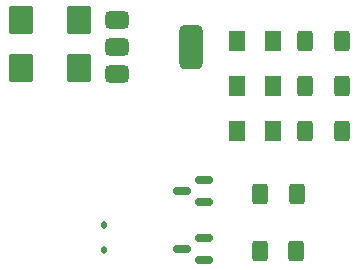
<source format=gbr>
%TF.GenerationSoftware,KiCad,Pcbnew,9.0.4*%
%TF.CreationDate,2025-08-29T10:20:17+02:00*%
%TF.ProjectId,esp32c6-charger,65737033-3263-4362-9d63-686172676572,rev?*%
%TF.SameCoordinates,Original*%
%TF.FileFunction,Paste,Bot*%
%TF.FilePolarity,Positive*%
%FSLAX46Y46*%
G04 Gerber Fmt 4.6, Leading zero omitted, Abs format (unit mm)*
G04 Created by KiCad (PCBNEW 9.0.4) date 2025-08-29 10:20:17*
%MOMM*%
%LPD*%
G01*
G04 APERTURE LIST*
G04 Aperture macros list*
%AMRoundRect*
0 Rectangle with rounded corners*
0 $1 Rounding radius*
0 $2 $3 $4 $5 $6 $7 $8 $9 X,Y pos of 4 corners*
0 Add a 4 corners polygon primitive as box body*
4,1,4,$2,$3,$4,$5,$6,$7,$8,$9,$2,$3,0*
0 Add four circle primitives for the rounded corners*
1,1,$1+$1,$2,$3*
1,1,$1+$1,$4,$5*
1,1,$1+$1,$6,$7*
1,1,$1+$1,$8,$9*
0 Add four rect primitives between the rounded corners*
20,1,$1+$1,$2,$3,$4,$5,0*
20,1,$1+$1,$4,$5,$6,$7,0*
20,1,$1+$1,$6,$7,$8,$9,0*
20,1,$1+$1,$8,$9,$2,$3,0*%
G04 Aperture macros list end*
%ADD10RoundRect,0.250001X-0.462499X-0.624999X0.462499X-0.624999X0.462499X0.624999X-0.462499X0.624999X0*%
%ADD11RoundRect,0.250000X-0.400000X-0.625000X0.400000X-0.625000X0.400000X0.625000X-0.400000X0.625000X0*%
%ADD12RoundRect,0.150000X0.587500X0.150000X-0.587500X0.150000X-0.587500X-0.150000X0.587500X-0.150000X0*%
%ADD13RoundRect,0.250000X0.785000X0.945000X-0.785000X0.945000X-0.785000X-0.945000X0.785000X-0.945000X0*%
%ADD14RoundRect,0.250000X0.400000X0.625000X-0.400000X0.625000X-0.400000X-0.625000X0.400000X-0.625000X0*%
%ADD15RoundRect,0.375000X-0.625000X-0.375000X0.625000X-0.375000X0.625000X0.375000X-0.625000X0.375000X0*%
%ADD16RoundRect,0.500000X-0.500000X-1.400000X0.500000X-1.400000X0.500000X1.400000X-0.500000X1.400000X0*%
%ADD17RoundRect,0.112500X0.112500X-0.187500X0.112500X0.187500X-0.112500X0.187500X-0.112500X-0.187500X0*%
G04 APERTURE END LIST*
D10*
%TO.C,D4*%
X119479000Y-95377000D03*
X122454000Y-95377000D03*
%TD*%
%TO.C,D3*%
X119479000Y-99187000D03*
X122454000Y-99187000D03*
%TD*%
D11*
%TO.C,R3*%
X125196000Y-102997000D03*
X128296000Y-102997000D03*
%TD*%
D10*
%TO.C,D2*%
X119479000Y-102997000D03*
X122454000Y-102997000D03*
%TD*%
D12*
%TO.C,Q2*%
X116640000Y-107127000D03*
X116640000Y-109027000D03*
X114765000Y-108077000D03*
%TD*%
D13*
%TO.C,C1*%
X106102000Y-93599000D03*
X101162000Y-93599000D03*
%TD*%
D14*
%TO.C,R1*%
X124460000Y-113157000D03*
X121360000Y-113157000D03*
%TD*%
%TO.C,R2*%
X124486000Y-108331000D03*
X121386000Y-108331000D03*
%TD*%
D15*
%TO.C,U1*%
X109270000Y-98185000D03*
X109270000Y-95885000D03*
D16*
X115570000Y-95885000D03*
D15*
X109270000Y-93585000D03*
%TD*%
D11*
%TO.C,R4*%
X125196000Y-99187000D03*
X128296000Y-99187000D03*
%TD*%
%TO.C,R5*%
X125196000Y-95377000D03*
X128296000Y-95377000D03*
%TD*%
D17*
%TO.C,D5*%
X108204000Y-113064000D03*
X108204000Y-110964000D03*
%TD*%
D13*
%TO.C,C2*%
X106077000Y-97663000D03*
X101137000Y-97663000D03*
%TD*%
D12*
%TO.C,Q1*%
X116626000Y-112019000D03*
X116626000Y-113919000D03*
X114751000Y-112969000D03*
%TD*%
M02*

</source>
